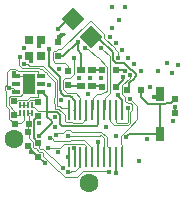
<source format=gbl>
G04*
G04 #@! TF.GenerationSoftware,Altium Limited,Altium Designer,20.0.13 (296)*
G04*
G04 Layer_Physical_Order=4*
G04 Layer_Color=1930808*
%FSLAX25Y25*%
%MOIN*%
G70*
G01*
G75*
%ADD15R,0.02165X0.02165*%
%ADD21R,0.02165X0.02165*%
%ADD43C,0.00800*%
%ADD44C,0.00400*%
%ADD45C,0.00600*%
%ADD46C,0.01772*%
%ADD47C,0.06299*%
%ADD49R,0.02953X0.04724*%
%ADD50P,0.07795X4X90.0*%
%ADD51R,0.02559X0.02362*%
%ADD52R,0.04331X0.06693*%
%ADD53R,0.02559X0.01378*%
%ADD54R,0.00591X0.01968*%
%ADD55R,0.02756X0.02953*%
%ADD56R,0.00984X0.07087*%
D15*
X33200Y37500D02*
D03*
X37800D02*
D03*
X37800Y32000D02*
D03*
X33200D02*
D03*
X41700Y31000D02*
D03*
X46300D02*
D03*
X8800Y19500D02*
D03*
X4200D02*
D03*
D21*
X57500Y27800D02*
D03*
Y23200D02*
D03*
X22000Y37300D02*
D03*
Y32700D02*
D03*
X18500Y42200D02*
D03*
Y46800D02*
D03*
X12000Y26800D02*
D03*
Y22200D02*
D03*
X3890Y27124D02*
D03*
Y22524D02*
D03*
X12000Y13300D02*
D03*
Y8700D02*
D03*
X8500Y12200D02*
D03*
Y16800D02*
D03*
D43*
X18494Y51221D02*
X21505Y54233D01*
X15500Y44341D02*
X15707Y44548D01*
X12385Y45498D02*
Y47074D01*
X19317Y30955D02*
Y35183D01*
X15500Y39000D02*
Y44341D01*
Y39000D02*
X19317Y35183D01*
X3830Y36568D02*
X3853Y36546D01*
X19000Y48500D02*
X19644D01*
X20614Y49470D01*
X19000Y48500D02*
X19644D01*
X20879Y49735D01*
X21505Y54233D02*
X23938D01*
X8500Y12200D02*
X11317Y9383D01*
X52577Y26174D02*
X52734Y26331D01*
X52577Y17302D02*
Y26174D01*
Y17302D02*
X52734Y17144D01*
X54560Y26500D02*
X56200D01*
X54391Y26331D02*
X54560Y26500D01*
X52734Y26331D02*
X54391D01*
X56200Y26500D02*
X57500Y27800D01*
X52734Y16541D02*
Y17144D01*
X42176Y16307D02*
X52500D01*
X41224Y15355D02*
X42176Y16307D01*
X41221Y15355D02*
X41224D01*
X52500Y16307D02*
X52734Y16541D01*
X18363Y23651D02*
X19351Y22663D01*
X15000Y24000D02*
X15469Y23531D01*
X19351Y19649D02*
X19984Y19016D01*
X16967Y23651D02*
X18363D01*
X19984Y19016D02*
X31516D01*
X15469Y23531D02*
X16847D01*
X19351Y19649D02*
Y22663D01*
X16847Y23531D02*
X16967Y23651D01*
X15000Y22000D02*
Y24000D01*
X19500Y30000D02*
Y30772D01*
X19317Y30955D02*
X19500Y30772D01*
Y30000D02*
X20500Y29000D01*
X12000Y20000D02*
X12168Y19831D01*
X38568Y29080D02*
Y29342D01*
Y29080D02*
X38835Y28812D01*
Y28665D02*
Y28812D01*
X39766Y24466D02*
X39858Y24374D01*
X39766Y24466D02*
Y27734D01*
X38835Y28665D02*
X39766Y27734D01*
X23434Y28066D02*
X23831Y27669D01*
X23434Y28066D02*
Y28249D01*
X22683Y29000D02*
X23434Y28249D01*
X20500Y29000D02*
X22683D01*
X18500Y46800D02*
Y48300D01*
Y42200D02*
X20262D01*
X25131Y47069D01*
X12279Y15667D02*
X16492Y19880D01*
X4142Y35559D02*
X4732D01*
X3853Y35848D02*
X4142Y35559D01*
X3853Y35848D02*
Y36546D01*
X43483Y34382D02*
X44701Y35599D01*
X42290Y31590D02*
Y33283D01*
X41700Y31000D02*
X42290Y31590D01*
Y33283D02*
X43389Y34382D01*
X43393Y37664D02*
X44701Y36356D01*
X43389Y34382D02*
X43483D01*
X44701Y35599D02*
Y36356D01*
X46300Y28700D02*
X48669Y26331D01*
X46300Y28700D02*
Y31000D01*
X31798Y13500D02*
X31968D01*
X31984Y13484D01*
Y8626D02*
Y13484D01*
X14165Y6465D02*
Y6535D01*
X12000Y8700D02*
X14165Y6535D01*
X11317Y9383D02*
X11317D01*
X11609Y9091D01*
X15000Y22000D02*
X16492Y20508D01*
Y19880D02*
Y20508D01*
X15000Y24000D02*
Y28652D01*
X13211Y30441D02*
X15000Y28652D01*
X13000Y30441D02*
X13211D01*
X31984Y19484D02*
Y24374D01*
X31516Y19016D02*
X31984Y19484D01*
X18500Y48300D02*
X19670Y49470D01*
X20614D01*
X57500Y23200D02*
X57508Y23208D01*
Y25424D01*
X57516Y25431D01*
X21899Y8626D02*
X22142D01*
X37802Y39814D02*
X40686D01*
X42836Y37664D01*
X36814Y40802D02*
Y43686D01*
X32392Y48108D02*
X36814Y43686D01*
Y40802D02*
X37802Y39814D01*
X30062Y48108D02*
X32392D01*
X42836Y37664D02*
X43393D01*
X29772Y32244D02*
X33200D01*
X9032Y42343D02*
X9551Y41824D01*
Y40551D02*
Y41824D01*
X12385Y47074D02*
X12969Y47657D01*
X23056Y32244D02*
X26228D01*
X22300Y33000D02*
X23056Y32244D01*
X48669Y26331D02*
X52734D01*
D44*
X17169Y43883D02*
X17883D01*
X16817Y43531D02*
X17169Y43883D01*
X16817Y40869D02*
Y43531D01*
X7232Y39652D02*
X7383Y39500D01*
X6616Y38166D02*
X12088D01*
X5514Y39268D02*
X6616Y38166D01*
X5134Y37366D02*
X11757D01*
X7145Y45000D02*
X7500D01*
X7383Y39500D02*
X8500D01*
X5514Y39268D02*
Y40794D01*
X4400Y38100D02*
X5134Y37366D01*
X14852Y37648D02*
X14859D01*
X15679Y36821D02*
X18300Y34200D01*
X14859Y37648D02*
X15679Y36828D01*
X9000Y39000D02*
X13500D01*
X14852Y37648D01*
X18300Y28201D02*
Y34200D01*
X15679Y36821D02*
Y36828D01*
X14879Y36121D02*
Y36496D01*
X14528Y36848D02*
X14879Y36496D01*
X14152Y36848D02*
X14528D01*
X17500Y28533D02*
Y33500D01*
X12454Y37800D02*
X13200D01*
X14879Y36121D02*
X17500Y33500D01*
X13200Y37800D02*
X14152Y36848D01*
X16817Y40869D02*
X17735Y39951D01*
X21049D01*
X16421Y15000D02*
X17406Y14014D01*
X22615D01*
X23006Y14404D02*
X27153D01*
X22615Y14014D02*
X23006Y14404D01*
X22000Y15500D02*
X32406D01*
X32906Y16000D01*
X2402Y31570D02*
X2956D01*
X1500Y32769D02*
Y37000D01*
X916Y32185D02*
X1500Y32769D01*
X916Y30954D02*
Y32185D01*
Y30954D02*
X1400Y30470D01*
Y25469D02*
Y30470D01*
X2600Y38100D02*
X4400D01*
X1500Y37000D02*
X2600Y38100D01*
X1400Y25469D02*
X2207Y24662D01*
X29416Y54084D02*
X33780Y49720D01*
Y49136D02*
Y49720D01*
X34060Y48440D02*
X37500Y45000D01*
X34060Y48440D02*
Y48856D01*
X33780Y49136D02*
X34060Y48856D01*
X19500Y44500D02*
X29084Y54084D01*
X29416D01*
X38500Y41500D02*
Y43500D01*
X37500Y44500D02*
Y45000D01*
Y44500D02*
X38500Y43500D01*
X8500Y16800D02*
X9000Y16300D01*
Y15027D02*
X10317Y13710D01*
X9000Y15027D02*
Y16300D01*
X39486Y12923D02*
Y15721D01*
Y12923D02*
X39858Y12551D01*
X39486Y15721D02*
X42165Y18400D01*
X42265D01*
X19369Y24059D02*
X19441D01*
X19686Y24874D02*
X22142D01*
X18300Y25685D02*
X18534Y25451D01*
X18778Y24651D02*
X19369Y24059D01*
X18300Y25685D02*
Y26729D01*
X17500Y24885D02*
Y26397D01*
X17734Y24651D02*
X18778D01*
X19109Y25451D02*
X19686Y24874D01*
X18534Y25451D02*
X19109D01*
X17500Y24885D02*
X17734Y24651D01*
X33037Y17000D02*
X34753Y15284D01*
X23101Y17000D02*
X33037D01*
X21384Y17486D02*
X22615D01*
X20399Y16500D02*
X21384Y17486D01*
X22615D02*
X23101Y17000D01*
X18000Y15921D02*
X18030Y15890D01*
X18000Y15921D02*
Y16500D01*
X18030D02*
X20399D01*
X33817Y30317D02*
X34531D01*
X30308Y28308D02*
X31500Y29500D01*
X33000D02*
X33817Y30317D01*
X31500Y29500D02*
X33000D01*
X35000Y30786D02*
Y38714D01*
X34531Y30317D02*
X35000Y30786D01*
X30308Y24666D02*
Y28308D01*
X22000Y37300D02*
Y39000D01*
X21049Y39951D02*
X22000Y39000D01*
X18179Y28080D02*
X18300Y28201D01*
X18179Y26850D02*
X18300Y26729D01*
X18179Y26850D02*
Y28080D01*
X17379Y28412D02*
X17500Y28533D01*
X17379Y26518D02*
Y28412D01*
Y26518D02*
X17500Y26397D01*
X20317Y31369D02*
X21686Y30000D01*
X20317Y31369D02*
Y34425D01*
X20892Y35000D01*
X19441Y24059D02*
X21050Y22450D01*
Y20582D02*
Y22450D01*
Y20582D02*
X21401Y20231D01*
X23269D01*
X23484Y20016D02*
X26605D01*
X23269Y20231D02*
X23484Y20016D01*
X3462Y31711D02*
X4732Y30441D01*
X3204Y31711D02*
X3462D01*
X2956Y31570D02*
X3151Y31765D01*
X24158Y3790D02*
X25651Y5283D01*
X25787D01*
X37890Y3890D02*
X38000Y3780D01*
Y3131D02*
Y3780D01*
X21686Y30000D02*
X24500D01*
X26079Y28421D01*
Y24374D02*
Y28421D01*
X17883Y43883D02*
X18500Y44500D01*
X19500D01*
X20892Y35000D02*
X22500D01*
X31817Y41897D02*
X35000Y38714D01*
X36000Y30000D02*
Y40202D01*
X35814Y40387D02*
X36000Y40202D01*
X22500Y35000D02*
X23117Y35617D01*
X24000Y36286D02*
Y41500D01*
X23331Y35617D02*
X24000Y36286D01*
X23117Y35617D02*
X23331D01*
X2207Y21193D02*
Y24662D01*
X2200Y25800D02*
Y28449D01*
Y25800D02*
X3890Y24110D01*
Y22524D02*
Y24110D01*
X2207Y21193D02*
X2558Y20842D01*
X2200Y28449D02*
X2500Y28749D01*
Y29000D01*
X6108D01*
X8866Y31819D02*
Y33000D01*
X6901Y29853D02*
X8866Y31819D01*
X6846Y29853D02*
X6901D01*
X6612Y29619D02*
X6846Y29853D01*
X6612Y29504D02*
Y29619D01*
X6108Y29000D02*
X6612Y29504D01*
X6197Y19923D02*
X7244Y20970D01*
X4623Y19923D02*
X6197D01*
X13663Y11183D02*
X16357Y8488D01*
X12680Y11183D02*
X13663D01*
X13683Y9049D02*
Y10031D01*
X13331Y10383D02*
X13683Y10031D01*
X12349Y10383D02*
X13331D01*
X16049Y15000D02*
X16421D01*
X8500Y19200D02*
X8800Y19500D01*
X8500Y16800D02*
Y19200D01*
X15279Y11667D02*
X19167D01*
X7244Y20970D02*
Y22494D01*
X5866Y22811D02*
Y23244D01*
X5771Y22716D02*
X5866Y22811D01*
X4081Y22716D02*
X5771D01*
X3890Y22524D02*
X4081Y22716D01*
X4200Y19500D02*
X4623Y19923D01*
X3317Y20383D02*
X3317D01*
X2858Y20842D02*
X3317Y20383D01*
X2558Y20842D02*
X2858D01*
X3317Y20383D02*
X4200Y19500D01*
X39858Y9126D02*
Y12551D01*
X3151Y31765D02*
X3204Y31711D01*
X5738Y41737D02*
X6000Y42000D01*
X5738Y41017D02*
Y41737D01*
X5514Y40794D02*
X5738Y41017D01*
X12038Y27498D02*
X12366D01*
X12550Y27683D01*
X8318Y27584D02*
X9217Y28483D01*
X11992Y28717D02*
Y29952D01*
X9217Y28483D02*
X11757D01*
X11992Y28717D01*
X12550Y27683D02*
Y27910D01*
X5038Y27300D02*
X5322Y27584D01*
X8318D01*
X8717Y26852D02*
X9364Y27498D01*
X9370D01*
X9456Y27584D02*
X10544D01*
X9370Y27498D02*
X9456Y27584D01*
X11965Y27571D02*
X12038Y27498D01*
X10557Y27571D02*
X11965D01*
X10544Y27584D02*
X10557Y27571D01*
X3000Y27300D02*
X5038D01*
X8622Y26000D02*
X8717Y26095D01*
Y26852D01*
X11757Y37366D02*
X11992Y37132D01*
X12088Y38166D02*
X12454Y37800D01*
X11992Y36048D02*
Y37132D01*
X29588Y11969D02*
X29724D01*
X27153Y14404D02*
X29588Y11969D01*
X21980Y3492D02*
X22242Y3755D01*
X22865D01*
X22900Y3790D01*
X24158D01*
X26079Y5575D02*
Y8626D01*
X25787Y5283D02*
X26079Y5575D01*
X18995Y4000D02*
X20989Y2007D01*
X24999D02*
X27006Y4014D01*
X20989Y2007D02*
X24999D01*
X27006Y4014D02*
X34986D01*
X34753Y12710D02*
Y15284D01*
X35921Y8626D02*
Y11677D01*
X35629Y11969D02*
X35921Y11677D01*
X35279Y11969D02*
X35629D01*
X35045Y12204D02*
X35279Y11969D01*
X35045Y12204D02*
Y12418D01*
X34753Y12710D02*
X35045Y12418D01*
X33953Y8626D02*
Y14953D01*
X32906Y16000D02*
X33953Y14953D01*
X20486Y12986D02*
X27280D01*
X19167Y11667D02*
X20486Y12986D01*
X27280D02*
X27965Y12301D01*
Y8708D02*
X28047Y8626D01*
X27965Y8708D02*
Y12301D01*
X30055Y9718D02*
Y11638D01*
X29724Y11969D02*
X30055Y11638D01*
X34986Y4014D02*
X35500Y3500D01*
X10317Y11969D02*
Y13710D01*
X11786Y24000D02*
X15000D01*
X10000Y25324D02*
Y26000D01*
Y25324D02*
X10095Y25229D01*
X10557D01*
X11786Y24000D01*
X8800Y19500D02*
Y22377D01*
X8622Y22555D02*
X8800Y22377D01*
X8622Y22555D02*
Y23244D01*
X10000D01*
X12481Y30441D02*
X13000D01*
X11992Y29952D02*
X12481Y30441D01*
X4732Y35559D02*
X4802Y35489D01*
X6901D01*
X8866Y33523D01*
Y33000D02*
Y33523D01*
X12481Y35559D02*
X13000D01*
X11992Y36048D02*
X12481Y35559D01*
X12000Y26800D02*
X12500Y27300D01*
X16357Y8488D02*
X16608D01*
X13683Y9049D02*
X18731Y4000D01*
X18995D01*
X16608Y8488D02*
X20097Y5000D01*
X12148Y11714D02*
Y13152D01*
Y11714D02*
X12680Y11183D01*
X10317Y11969D02*
X10669Y11617D01*
X11114D01*
X12349Y10383D01*
X12000Y13300D02*
X12148Y13152D01*
X7244Y26000D02*
X8622D01*
X5866D02*
X7244D01*
X26605Y20016D02*
X27171Y20582D01*
X36035Y20465D02*
X37300Y19200D01*
X41933D01*
X35921Y24374D02*
X36035Y24260D01*
Y20465D02*
Y24260D01*
X27755Y21031D02*
X28047Y21323D01*
X27171Y20796D02*
X27405Y21031D01*
X28047Y21323D02*
Y24374D01*
X27405Y21031D02*
X27755D01*
X27171Y20582D02*
Y20796D01*
X35814Y40387D02*
Y42186D01*
X32980Y45020D02*
X35814Y42186D01*
X40017Y32517D02*
X42436Y34936D01*
Y35719D02*
X42695Y35978D01*
X42436Y34936D02*
Y35719D01*
X24110Y11500D02*
Y11890D01*
Y11500D02*
Y11890D01*
X8500Y39500D02*
X9000Y39000D01*
X41000Y27399D02*
Y28686D01*
X40017Y29669D02*
X41000Y28686D01*
X40017Y29669D02*
Y32517D01*
X41885Y26514D02*
X42854D01*
X41000Y27399D02*
X41885Y26514D01*
X42500Y28000D02*
X45000Y25500D01*
X42500Y28000D02*
Y28000D01*
X42854Y26514D02*
X43291Y26077D01*
X42636Y23636D02*
X43291Y24291D01*
Y26077D01*
X42636Y19903D02*
Y23636D01*
X41836Y20234D02*
Y24876D01*
X41805Y24906D02*
X41836Y24876D01*
X45000Y21135D02*
Y25500D01*
X42265Y18400D02*
X45000Y21135D01*
X41933Y19200D02*
X42636Y19903D01*
X33953Y24374D02*
X34205Y24627D01*
Y28205D02*
X36000Y30000D01*
X34205Y24627D02*
Y28205D01*
X30016Y24374D02*
X30308Y24666D01*
X27495Y44959D02*
X27676Y44778D01*
X28646D01*
X31528Y41897D01*
X31817D01*
X32944Y37756D02*
X33200Y37500D01*
X24000Y11500D02*
Y11904D01*
X24014Y11890D01*
X24110Y9126D02*
Y11890D01*
X24014D02*
X24110D01*
X38000Y20234D02*
Y24764D01*
X38234Y20000D02*
X41602D01*
X38000Y20234D02*
X38234Y20000D01*
X41602D02*
X41836Y20234D01*
D45*
X50458Y28458D02*
X51324D01*
X52500Y29634D01*
Y29693D01*
X37890Y3890D02*
Y8626D01*
X24064Y24420D02*
X24110Y24374D01*
X10583Y18127D02*
Y20783D01*
X10500Y18045D02*
X10583Y18127D01*
X10500Y14800D02*
Y18045D01*
X10583Y20783D02*
X12000Y22200D01*
X10500Y14800D02*
X12000Y13300D01*
X25131Y44142D02*
Y47069D01*
Y44142D02*
X26386Y42887D01*
X26228Y37756D02*
Y39854D01*
X26386Y40012D01*
Y42887D01*
X40107Y35107D02*
Y35289D01*
X37800Y37500D02*
X40616D01*
X40753Y37363D01*
X40083Y35083D02*
X40107Y35107D01*
X37800Y32000D02*
X40083Y34283D01*
Y35083D01*
X29772Y37756D02*
X32944D01*
D46*
X18494Y51221D02*
D03*
X15707Y44548D02*
D03*
X7232Y39652D02*
D03*
X7145Y45000D02*
D03*
X12385Y45498D02*
D03*
X38000Y15500D02*
D03*
X19000Y38000D02*
D03*
X22000Y15500D02*
D03*
X3830Y36568D02*
D03*
X2402Y31570D02*
D03*
X36046Y48623D02*
D03*
X37985Y46616D02*
D03*
X39756Y44293D02*
D03*
X19000Y48500D02*
D03*
X57000Y20500D02*
D03*
X49165Y31965D02*
D03*
X48165Y14465D02*
D03*
X17500Y18500D02*
D03*
X29165Y34965D02*
D03*
X33000Y35000D02*
D03*
X28665Y29465D02*
D03*
X25500Y35000D02*
D03*
X15665Y32465D02*
D03*
X19665Y27465D02*
D03*
X34665Y18465D02*
D03*
X17665Y21965D02*
D03*
X39000Y54132D02*
D03*
X9500Y10131D02*
D03*
X41000Y58631D02*
D03*
X36500D02*
D03*
Y51631D02*
D03*
X42000Y41631D02*
D03*
X44000Y39500D02*
D03*
X46219Y37150D02*
D03*
X58500Y39132D02*
D03*
X52000Y37132D02*
D03*
X56500Y36500D02*
D03*
X55000Y40000D02*
D03*
X50458Y28458D02*
D03*
X12168Y19831D02*
D03*
X18618Y10171D02*
D03*
X38000Y3131D02*
D03*
X38568Y29342D02*
D03*
X12279Y15667D02*
D03*
X16049Y15000D02*
D03*
X18030Y15890D02*
D03*
X15279Y11667D02*
D03*
X45609Y7132D02*
D03*
X24000Y41500D02*
D03*
X25131Y47069D02*
D03*
X41221Y15355D02*
D03*
X21980Y3492D02*
D03*
X31798Y13500D02*
D03*
X35500Y3500D02*
D03*
X14165Y6465D02*
D03*
X57516Y25431D02*
D03*
X21899Y8626D02*
D03*
X38500Y41500D02*
D03*
X32980Y45020D02*
D03*
X42695Y35978D02*
D03*
X40753Y37363D02*
D03*
X40107Y35289D02*
D03*
X20097Y5000D02*
D03*
X42500Y28000D02*
D03*
X41805Y24906D02*
D03*
X27495Y44959D02*
D03*
X24000Y11500D02*
D03*
X9551Y40551D02*
D03*
X6000Y42000D02*
D03*
D47*
X29000Y0D02*
D03*
X4000Y14500D02*
D03*
D49*
X52500Y29693D02*
D03*
Y16307D02*
D03*
D50*
X23438Y54733D02*
D03*
X29562Y48608D02*
D03*
D51*
X26228Y32244D02*
D03*
X29772D02*
D03*
Y37756D02*
D03*
X26228D02*
D03*
D52*
X8866Y33000D02*
D03*
D53*
X13000Y30441D02*
D03*
Y33000D02*
D03*
Y35559D02*
D03*
X4732D02*
D03*
Y33000D02*
D03*
Y30441D02*
D03*
D54*
X10000Y26000D02*
D03*
X8622D02*
D03*
X7244D02*
D03*
X5866D02*
D03*
Y23244D02*
D03*
X7244D02*
D03*
X8622D02*
D03*
X10000D02*
D03*
D55*
X9032Y47657D02*
D03*
Y42343D02*
D03*
X12969D02*
D03*
Y47657D02*
D03*
D56*
X22142Y24374D02*
D03*
Y8626D02*
D03*
X24110Y24374D02*
D03*
Y8626D02*
D03*
X26079Y24374D02*
D03*
Y8626D02*
D03*
X28047Y24374D02*
D03*
Y8626D02*
D03*
X30016Y24374D02*
D03*
Y8626D02*
D03*
X31984Y24374D02*
D03*
Y8626D02*
D03*
X33953Y24374D02*
D03*
Y8626D02*
D03*
X35921Y24374D02*
D03*
Y8626D02*
D03*
X37890Y24374D02*
D03*
Y8626D02*
D03*
X39858Y24374D02*
D03*
Y8626D02*
D03*
M02*

</source>
